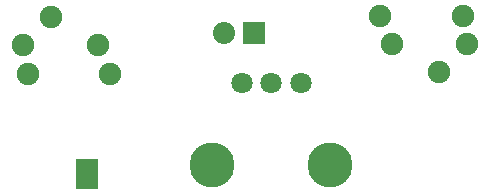
<source format=gbr>
G04 #@! TF.FileFunction,Soldermask,Bot*
%FSLAX46Y46*%
G04 Gerber Fmt 4.6, Leading zero omitted, Abs format (unit mm)*
G04 Created by KiCad (PCBNEW 4.0.0-rc1-stable) date 19.10.2015 17:54:31*
%MOMM*%
G01*
G04 APERTURE LIST*
%ADD10C,0.100000*%
%ADD11R,1.000000X1.000000*%
%ADD12C,3.800000*%
%ADD13C,1.800000*%
%ADD14C,1.899260*%
%ADD15R,1.876400X1.876400*%
%ADD16C,1.876400*%
G04 APERTURE END LIST*
D10*
D11*
X196748800Y-103272300D03*
X197548800Y-103272300D03*
X196748800Y-102472300D03*
X197548800Y-102472300D03*
X196748800Y-104072300D03*
X197548800Y-104072300D03*
D12*
X217750000Y-102524300D03*
X207750000Y-102524300D03*
D13*
X215250000Y-95524300D03*
X212750000Y-95524300D03*
X210250000Y-95524300D03*
D14*
X191721360Y-92382000D03*
X192120140Y-94782300D03*
X194121660Y-89981700D03*
X199120380Y-94782300D03*
X198119620Y-92382000D03*
X229361340Y-92274200D03*
X228962560Y-89873900D03*
X226961040Y-94674500D03*
X221962320Y-89873900D03*
X222963080Y-92274200D03*
D15*
X211317600Y-91304500D03*
D16*
X208777600Y-91304500D03*
M02*

</source>
